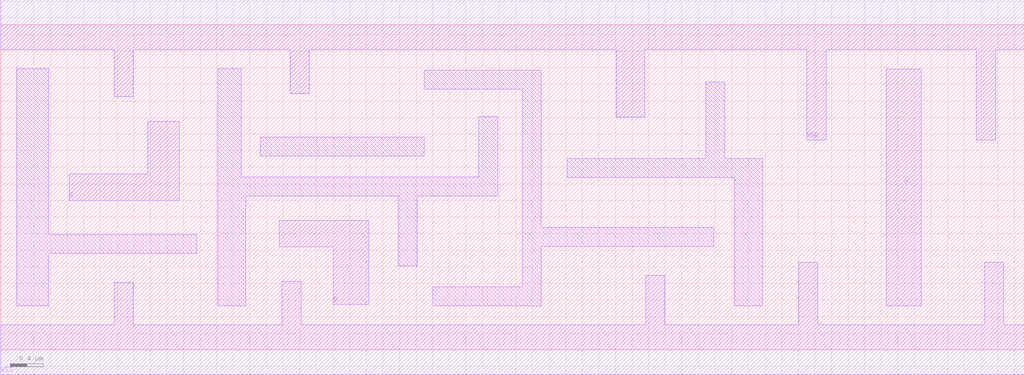
<source format=lef>
# Copyright 2022 GlobalFoundries PDK Authors
#
# Licensed under the Apache License, Version 2.0 (the "License");
# you may not use this file except in compliance with the License.
# You may obtain a copy of the License at
#
#      http://www.apache.org/licenses/LICENSE-2.0
#
# Unless required by applicable law or agreed to in writing, software
# distributed under the License is distributed on an "AS IS" BASIS,
# WITHOUT WARRANTIES OR CONDITIONS OF ANY KIND, either express or implied.
# See the License for the specific language governing permissions and
# limitations under the License.

MACRO gf180mcu_fd_sc_mcu7t5v0__latq_2
  CLASS core ;
  FOREIGN gf180mcu_fd_sc_mcu7t5v0__latq_2 0.0 0.0 ;
  ORIGIN 0 0 ;
  SYMMETRY X Y ;
  SITE GF018hv5v_mcu_sc7 ;
  SIZE 12.32 BY 3.92 ;
  PIN D
    DIRECTION INPUT ;
    ANTENNAGATEAREA 0.552 ;
    PORT
      LAYER METAL1 ;
        POLYGON 3.35 1.24 4 1.24 4 0.55 4.43 0.55 4.43 1.56 3.35 1.56  ;
    END
  END D
  PIN E
    DIRECTION INPUT ;
    USE clock ;
    ANTENNAGATEAREA 0.736 ;
    PORT
      LAYER METAL1 ;
        POLYGON 0.825 1.8 2.15 1.8 2.15 2.75 1.77 2.75 1.77 2.12 0.825 2.12  ;
    END
  END E
  PIN Q
    DIRECTION OUTPUT ;
    ANTENNADIFFAREA 1.0608 ;
    PORT
      LAYER METAL1 ;
        POLYGON 10.66 0.53 11.08 0.53 11.08 3.38 10.66 3.38  ;
    END
  END Q
  PIN VDD
    DIRECTION INOUT ;
    USE power ;
    SHAPE ABUTMENT ;
    PORT
      LAYER METAL1 ;
        POLYGON 0 3.62 1.365 3.62 1.365 3.05 1.595 3.05 1.595 3.62 2.36 3.62 3.485 3.62 3.485 3.085 3.715 3.085 3.715 3.62 5.1 3.62 7.41 3.62 7.41 2.805 7.75 2.805 7.75 3.62 9.17 3.62 9.705 3.62 9.705 2.53 9.935 2.53 9.935 3.62 11.745 3.62 11.745 2.53 11.975 2.53 11.975 3.62 12.32 3.62 12.32 4.22 9.17 4.22 5.1 4.22 2.36 4.22 0 4.22  ;
    END
  END VDD
  PIN VSS
    DIRECTION INOUT ;
    USE ground ;
    SHAPE ABUTMENT ;
    PORT
      LAYER METAL1 ;
        POLYGON 0 -0.3 12.32 -0.3 12.32 0.3 12.075 0.3 12.075 1.055 11.845 1.055 11.845 0.3 9.835 0.3 9.835 1.055 9.605 1.055 9.605 0.3 7.995 0.3 7.995 0.895 7.765 0.895 7.765 0.3 3.615 0.3 3.615 0.825 3.385 0.825 3.385 0.3 1.595 0.3 1.595 0.815 1.365 0.815 1.365 0.3 0 0.3  ;
    END
  END VSS
  OBS
      LAYER METAL1 ;
        POLYGON 0.19 0.53 0.575 0.53 0.575 1.16 2.36 1.16 2.36 1.39 0.575 1.39 0.575 3.39 0.19 3.39  ;
        POLYGON 3.125 2.335 5.1 2.335 5.1 2.565 3.125 2.565  ;
        POLYGON 2.61 0.53 2.95 0.53 2.95 1.855 4.785 1.855 4.785 1.01 5.015 1.01 5.015 1.855 5.985 1.855 5.985 2.81 5.755 2.81 5.755 2.085 2.895 2.085 2.895 3.39 2.61 3.39  ;
        POLYGON 5.1 3.14 6.275 3.14 6.275 0.76 5.2 0.76 5.2 0.53 6.505 0.53 6.505 1.245 8.58 1.245 8.58 1.475 6.505 1.475 6.505 3.37 5.1 3.37  ;
        POLYGON 6.82 2.075 8.83 2.075 8.83 0.53 9.17 0.53 9.17 2.305 8.715 2.305 8.715 3.225 8.485 3.225 8.485 2.305 6.82 2.305  ;
  END
END gf180mcu_fd_sc_mcu7t5v0__latq_2

</source>
